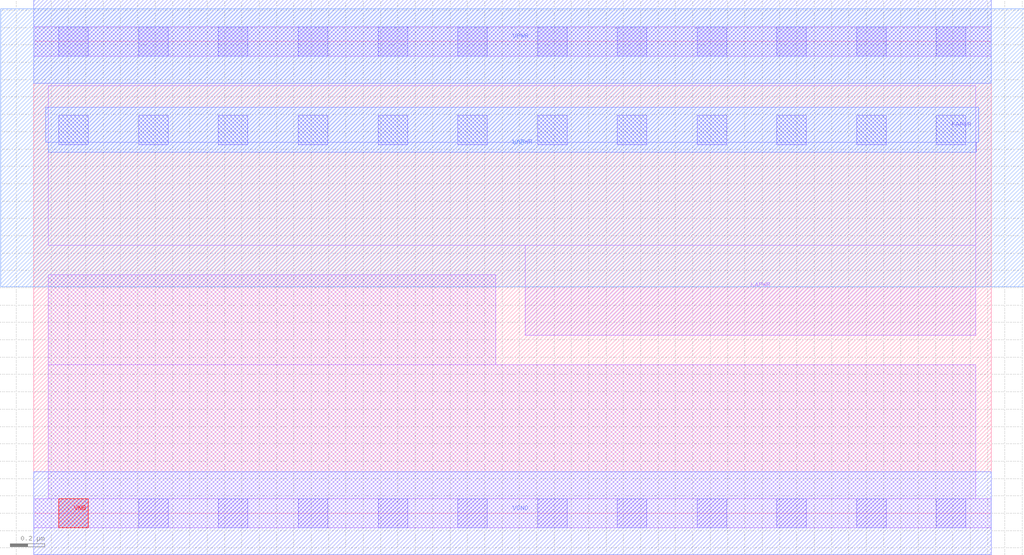
<source format=lef>
# Copyright 2020 The SkyWater PDK Authors
#
# Licensed under the Apache License, Version 2.0 (the "License");
# you may not use this file except in compliance with the License.
# You may obtain a copy of the License at
#
#     https://www.apache.org/licenses/LICENSE-2.0
#
# Unless required by applicable law or agreed to in writing, software
# distributed under the License is distributed on an "AS IS" BASIS,
# WITHOUT WARRANTIES OR CONDITIONS OF ANY KIND, either express or implied.
# See the License for the specific language governing permissions and
# limitations under the License.
#
# SPDX-License-Identifier: Apache-2.0

VERSION 5.7 ;
  NOWIREEXTENSIONATPIN ON ;
  DIVIDERCHAR "/" ;
  BUSBITCHARS "[]" ;
MACRO sky130_fd_sc_hd__lpflow_decapkapwr_12
  CLASS CORE ;
  FOREIGN sky130_fd_sc_hd__lpflow_decapkapwr_12 ;
  ORIGIN  0.000000  0.000000 ;
  SIZE  5.520000 BY  2.720000 ;
  SYMMETRY X Y R90 ;
  SITE unithd ;
  PIN KAPWR
    DIRECTION INOUT ;
    SHAPE ABUTMENT ;
    USE POWER ;
    PORT
      LAYER li1 ;
        RECT 0.085000 1.545000 5.430000 2.465000 ;
        RECT 2.835000 1.025000 5.430000 1.545000 ;
      LAYER mcon ;
        RECT 0.145000 2.125000 0.315000 2.295000 ;
        RECT 0.605000 2.125000 0.775000 2.295000 ;
        RECT 1.065000 2.125000 1.235000 2.295000 ;
        RECT 1.525000 2.125000 1.695000 2.295000 ;
        RECT 1.985000 2.125000 2.155000 2.295000 ;
        RECT 2.445000 2.125000 2.615000 2.295000 ;
        RECT 2.905000 2.125000 3.075000 2.295000 ;
        RECT 3.365000 2.125000 3.535000 2.295000 ;
        RECT 3.825000 2.125000 3.995000 2.295000 ;
        RECT 4.285000 2.125000 4.455000 2.295000 ;
        RECT 4.745000 2.125000 4.915000 2.295000 ;
        RECT 5.205000 2.125000 5.375000 2.295000 ;
    END
    PORT
      LAYER met1 ;
        RECT 0.070000 2.140000 5.450000 2.340000 ;
        RECT 0.085000 2.080000 5.435000 2.140000 ;
    END
  END KAPWR
  PIN VGND
    DIRECTION INOUT ;
    SHAPE ABUTMENT ;
    USE GROUND ;
    PORT
      LAYER met1 ;
        RECT 0.000000 -0.240000 5.520000 0.240000 ;
    END
  END VGND
  PIN VNB
    DIRECTION INOUT ;
    USE GROUND ;
    PORT
      LAYER pwell ;
        RECT 0.145000 -0.085000 0.315000 0.085000 ;
    END
  END VNB
  PIN VPB
    DIRECTION INOUT ;
    USE POWER ;
    PORT
      LAYER nwell ;
        RECT -0.190000 1.305000 5.710000 2.910000 ;
    END
  END VPB
  PIN VPWR
    DIRECTION INOUT ;
    SHAPE ABUTMENT ;
    USE POWER ;
    PORT
      LAYER met1 ;
        RECT 0.000000 2.480000 5.520000 2.960000 ;
    END
  END VPWR
  OBS
    LAYER li1 ;
      RECT 0.000000 -0.085000 5.520000 0.085000 ;
      RECT 0.000000  2.635000 5.520000 2.805000 ;
      RECT 0.085000  0.085000 5.430000 0.855000 ;
      RECT 0.085000  0.855000 2.665000 1.375000 ;
    LAYER mcon ;
      RECT 0.145000 -0.085000 0.315000 0.085000 ;
      RECT 0.145000  2.635000 0.315000 2.805000 ;
      RECT 0.605000 -0.085000 0.775000 0.085000 ;
      RECT 0.605000  2.635000 0.775000 2.805000 ;
      RECT 1.065000 -0.085000 1.235000 0.085000 ;
      RECT 1.065000  2.635000 1.235000 2.805000 ;
      RECT 1.525000 -0.085000 1.695000 0.085000 ;
      RECT 1.525000  2.635000 1.695000 2.805000 ;
      RECT 1.985000 -0.085000 2.155000 0.085000 ;
      RECT 1.985000  2.635000 2.155000 2.805000 ;
      RECT 2.445000 -0.085000 2.615000 0.085000 ;
      RECT 2.445000  2.635000 2.615000 2.805000 ;
      RECT 2.905000 -0.085000 3.075000 0.085000 ;
      RECT 2.905000  2.635000 3.075000 2.805000 ;
      RECT 3.365000 -0.085000 3.535000 0.085000 ;
      RECT 3.365000  2.635000 3.535000 2.805000 ;
      RECT 3.825000 -0.085000 3.995000 0.085000 ;
      RECT 3.825000  2.635000 3.995000 2.805000 ;
      RECT 4.285000 -0.085000 4.455000 0.085000 ;
      RECT 4.285000  2.635000 4.455000 2.805000 ;
      RECT 4.745000 -0.085000 4.915000 0.085000 ;
      RECT 4.745000  2.635000 4.915000 2.805000 ;
      RECT 5.205000 -0.085000 5.375000 0.085000 ;
      RECT 5.205000  2.635000 5.375000 2.805000 ;
  END
END sky130_fd_sc_hd__lpflow_decapkapwr_12
END LIBRARY

</source>
